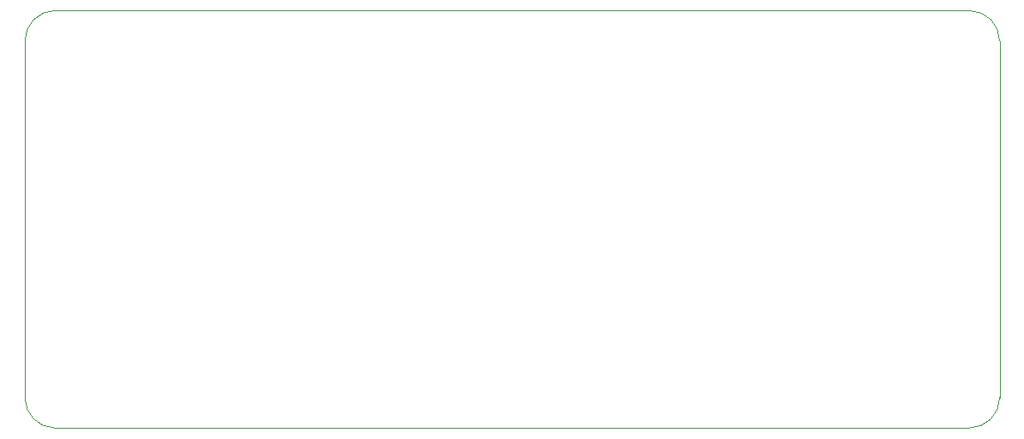
<source format=gbr>
%TF.GenerationSoftware,KiCad,Pcbnew,7.0.7*%
%TF.CreationDate,2024-03-25T22:36:06+08:00*%
%TF.ProjectId,eins2440,65696e73-3234-4343-902e-6b696361645f,rev?*%
%TF.SameCoordinates,Original*%
%TF.FileFunction,Profile,NP*%
%FSLAX46Y46*%
G04 Gerber Fmt 4.6, Leading zero omitted, Abs format (unit mm)*
G04 Created by KiCad (PCBNEW 7.0.7) date 2024-03-25 22:36:06*
%MOMM*%
%LPD*%
G01*
G04 APERTURE LIST*
%TA.AperFunction,Profile*%
%ADD10C,0.100000*%
%TD*%
G04 APERTURE END LIST*
D10*
X197460000Y-80180000D02*
G75*
G03*
X194460000Y-77180000I-3000000J0D01*
G01*
X197460000Y-80180000D02*
X197460000Y-115400000D01*
X104230000Y-77180000D02*
G75*
G03*
X101230000Y-80180000I0J-3000000D01*
G01*
X104230000Y-77180000D02*
X194460000Y-77180000D01*
X194460000Y-118400000D02*
X104230000Y-118400000D01*
X101230000Y-115400000D02*
G75*
G03*
X104230000Y-118400000I3000000J0D01*
G01*
X194460000Y-118400000D02*
G75*
G03*
X197460000Y-115400000I0J3000000D01*
G01*
X101230000Y-115400000D02*
X101230000Y-80180000D01*
M02*

</source>
